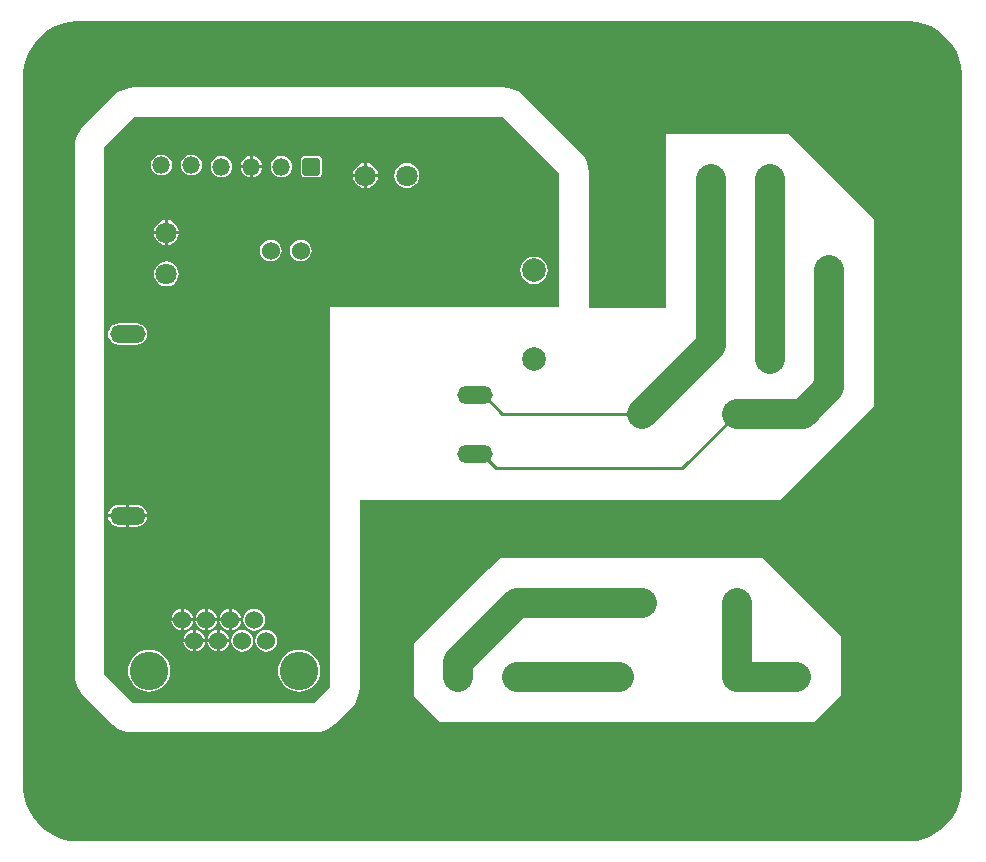
<source format=gbr>
%TF.GenerationSoftware,Altium Limited,Altium Designer,20.1.8 (145)*%
G04 Layer_Physical_Order=1*
G04 Layer_Color=2232046*
%FSLAX45Y45*%
%MOMM*%
%TF.SameCoordinates,2A241EDF-A570-403E-9AC0-7F4DA974E4D7*%
%TF.FilePolarity,Positive*%
%TF.FileFunction,Copper,L1,Top,Signal*%
%TF.Part,Single*%
G01*
G75*
%TA.AperFunction,Conductor*%
%ADD10C,0.25400*%
%ADD11C,2.50000*%
%TA.AperFunction,ComponentPad*%
%ADD12C,1.50000*%
%ADD13O,1.50000X1.45000*%
G04:AMPARAMS|DCode=14|XSize=1.5mm|YSize=1.45mm|CornerRadius=0.18125mm|HoleSize=0mm|Usage=FLASHONLY|Rotation=180.000|XOffset=0mm|YOffset=0mm|HoleType=Round|Shape=RoundedRectangle|*
%AMROUNDEDRECTD14*
21,1,1.50000,1.08750,0,0,180.0*
21,1,1.13750,1.45000,0,0,180.0*
1,1,0.36250,-0.56875,0.54375*
1,1,0.36250,0.56875,0.54375*
1,1,0.36250,0.56875,-0.54375*
1,1,0.36250,-0.56875,-0.54375*
%
%ADD14ROUNDEDRECTD14*%
%ADD15C,1.52400*%
%ADD16O,3.00000X1.50000*%
%ADD17C,1.80000*%
%ADD18C,2.00000*%
%TA.AperFunction,ViaPad*%
%ADD19C,5.00000*%
%TA.AperFunction,ComponentPad*%
%ADD20C,3.25120*%
%TA.AperFunction,ViaPad*%
%ADD21C,0.70000*%
G36*
X7592691Y6965991D02*
X7652723Y6949906D01*
X7710141Y6926122D01*
X7763962Y6895049D01*
X7813268Y6857215D01*
X7857214Y6813269D01*
X7895049Y6763961D01*
X7926122Y6710141D01*
X7949906Y6652723D01*
X7965991Y6592691D01*
X7974104Y6531074D01*
X7974103Y6500001D01*
X7974104Y500000D01*
Y468926D01*
X7965991Y407308D01*
X7949906Y347277D01*
X7926122Y289858D01*
X7895049Y236038D01*
X7857215Y186731D01*
X7813269Y142786D01*
X7763961Y104950D01*
X7710141Y73877D01*
X7652723Y50093D01*
X7592692Y34008D01*
X7531074Y25896D01*
X468926D01*
X407308Y34008D01*
X347277Y50093D01*
X289858Y73877D01*
X236038Y104950D01*
X186731Y142785D01*
X142786Y186730D01*
X104950Y236038D01*
X73877Y289858D01*
X50093Y347277D01*
X34008Y407308D01*
X25896Y468926D01*
Y500000D01*
X25896Y6500000D01*
X25896Y6531074D01*
X34008Y6592692D01*
X50093Y6652723D01*
X73877Y6710141D01*
X104950Y6763962D01*
X142785Y6813268D01*
X186730Y6857214D01*
X236038Y6895049D01*
X289858Y6926122D01*
X347277Y6949906D01*
X407308Y6965991D01*
X468926Y6974104D01*
X7531074D01*
X7592691Y6965991D01*
D02*
G37*
%LPC*%
G36*
X4089071Y6410716D02*
X4089069Y6410716D01*
X965194Y6410702D01*
X965192Y6410702D01*
X916183Y6405875D01*
X869058Y6391579D01*
X825626Y6368365D01*
X787559Y6337123D01*
X787558Y6337122D01*
X532365Y6081929D01*
X532364Y6081928D01*
X501123Y6043860D01*
X477909Y6000429D01*
X463613Y5953304D01*
X458786Y5904296D01*
X458787Y5904293D01*
X458792Y1439996D01*
X458791Y1439992D01*
X461826Y1409191D01*
X463619Y1390988D01*
X463619Y1390986D01*
X463619Y1390984D01*
X469160Y1372721D01*
X477914Y1343863D01*
X477915Y1343860D01*
X477915Y1343859D01*
X501128Y1300432D01*
X501129Y1300431D01*
X501130Y1300428D01*
X516395Y1281829D01*
X532369Y1262364D01*
X532372Y1262362D01*
X772369Y1022374D01*
X772370Y1022372D01*
X772374Y1022368D01*
X786651Y1010652D01*
X810437Y991131D01*
X810440Y991130D01*
X810442Y991128D01*
X828565Y981441D01*
X853868Y967916D01*
X853871Y967915D01*
X853873Y967914D01*
X875166Y961455D01*
X900993Y953621D01*
X900995Y953621D01*
X900999Y953620D01*
X934503Y950320D01*
X950001Y948794D01*
X950005D01*
X950007Y948793D01*
X950010Y948794D01*
X2489991Y948784D01*
X2489993Y948783D01*
X2539002Y953610D01*
X2586127Y967906D01*
X2603208Y977036D01*
X2629557Y991119D01*
X2667625Y1022360D01*
X2667626Y1022362D01*
X2797630Y1152366D01*
X2828871Y1190433D01*
X2852085Y1233864D01*
X2866381Y1280989D01*
X2871208Y1329998D01*
X2871208Y1330000D01*
Y2920010D01*
X6429278Y2919998D01*
X7225945Y3716665D01*
X7225950Y5294670D01*
X6505699Y6014927D01*
X6348680Y6014925D01*
X6348243Y6014960D01*
X6347805Y6014925D01*
X5848736Y6014921D01*
X5848243Y6014960D01*
X5847749Y6014921D01*
X5470079Y6014917D01*
Y4546599D01*
X4813424D01*
X4813050Y4547013D01*
Y5686735D01*
X4808223Y5735743D01*
X4793927Y5782869D01*
X4770713Y5826299D01*
X4739472Y5864367D01*
X4739471Y5864368D01*
X4266703Y6337137D01*
X4266702Y6337139D01*
X4243526Y6356159D01*
X4228635Y6368379D01*
X4185203Y6391594D01*
X4157402Y6400027D01*
X4138080Y6405889D01*
X4128055Y6406876D01*
X4089071Y6410716D01*
D02*
G37*
G36*
X6284025Y2428168D02*
X4058943Y2428161D01*
X3967316Y2336535D01*
X3941608Y2314578D01*
X3440410Y1813380D01*
X3418451Y1787670D01*
X3329478Y1698697D01*
X3329485Y1261661D01*
X3549730Y1041392D01*
X6722447Y1041410D01*
X6944111Y1263075D01*
X6944112Y1768109D01*
X6284025Y2428168D01*
D02*
G37*
%LPD*%
G36*
X4561840Y5686735D02*
Y4547013D01*
X2619998Y4547013D01*
Y1329998D01*
X2489993Y1199993D01*
X950003Y1200003D01*
X710001Y1439997D01*
X709996Y5904296D01*
X965192Y6159492D01*
X4089071Y6159506D01*
X4561840Y5686735D01*
D02*
G37*
%LPC*%
G36*
X1968500Y5827554D02*
Y5753108D01*
X2045124D01*
X2043781Y5763305D01*
X2034940Y5784649D01*
X2020877Y5802977D01*
X2002548Y5817041D01*
X1981204Y5825882D01*
X1968500Y5827554D01*
D02*
G37*
G36*
X1943100D02*
X1930395Y5825882D01*
X1909051Y5817041D01*
X1890723Y5802977D01*
X1876659Y5784649D01*
X1867818Y5763305D01*
X1866476Y5753108D01*
X1943100D01*
Y5827554D01*
D02*
G37*
G36*
X2933700Y5768676D02*
Y5676892D01*
X3025477D01*
X3023531Y5691673D01*
X3012927Y5717274D01*
X2996058Y5739258D01*
X2974074Y5756127D01*
X2948473Y5766731D01*
X2933700Y5768676D01*
D02*
G37*
G36*
X2908300D02*
X2893527Y5766731D01*
X2867926Y5756127D01*
X2845942Y5739258D01*
X2829073Y5717274D01*
X2818469Y5691673D01*
X2816523Y5676892D01*
X2908300D01*
Y5768676D01*
D02*
G37*
G36*
X1450300Y5841597D02*
X1445300D01*
X1422395Y5838582D01*
X1401051Y5829741D01*
X1382723Y5815677D01*
X1368659Y5797349D01*
X1359818Y5776005D01*
X1356803Y5753100D01*
X1359818Y5730195D01*
X1368659Y5708851D01*
X1382723Y5690523D01*
X1401051Y5676459D01*
X1422395Y5667618D01*
X1445300Y5664603D01*
X1450300D01*
X1473204Y5667618D01*
X1494548Y5676459D01*
X1512877Y5690523D01*
X1526940Y5708851D01*
X1535781Y5730195D01*
X1538797Y5753100D01*
X1535781Y5776005D01*
X1526940Y5797349D01*
X1512877Y5815677D01*
X1494548Y5829741D01*
X1473204Y5838582D01*
X1450300Y5841597D01*
D02*
G37*
G36*
X1196300D02*
X1191300D01*
X1168395Y5838582D01*
X1147051Y5829741D01*
X1128723Y5815677D01*
X1114659Y5797349D01*
X1105818Y5776005D01*
X1102803Y5753100D01*
X1105818Y5730195D01*
X1114659Y5708851D01*
X1128723Y5690523D01*
X1147051Y5676459D01*
X1168395Y5667618D01*
X1191300Y5664603D01*
X1196300D01*
X1219204Y5667618D01*
X1240548Y5676459D01*
X1258877Y5690523D01*
X1272940Y5708851D01*
X1281781Y5730195D01*
X1284797Y5753100D01*
X1281781Y5776005D01*
X1272940Y5797349D01*
X1258877Y5815677D01*
X1240548Y5829741D01*
X1219204Y5838582D01*
X1196300Y5841597D01*
D02*
G37*
G36*
X2045126Y5727708D02*
X1968500D01*
Y5653246D01*
X1981204Y5654918D01*
X2002548Y5663759D01*
X2020877Y5677823D01*
X2034940Y5696151D01*
X2043781Y5717495D01*
X2045126Y5727708D01*
D02*
G37*
G36*
X1943100D02*
X1866474D01*
X1867818Y5717495D01*
X1876659Y5696151D01*
X1890723Y5677823D01*
X1909051Y5663759D01*
X1930395Y5654918D01*
X1943100Y5653246D01*
Y5727708D01*
D02*
G37*
G36*
X2520675Y5828794D02*
X2406925D01*
X2393907Y5826204D01*
X2382870Y5818830D01*
X2375496Y5807793D01*
X2372906Y5794775D01*
Y5686025D01*
X2375496Y5673007D01*
X2382870Y5661970D01*
X2393907Y5654596D01*
X2406925Y5652006D01*
X2520675D01*
X2533693Y5654596D01*
X2544729Y5661970D01*
X2552104Y5673007D01*
X2554693Y5686025D01*
Y5794775D01*
X2552104Y5807793D01*
X2544729Y5818830D01*
X2533693Y5826204D01*
X2520675Y5828794D01*
D02*
G37*
G36*
X2212300Y5828897D02*
X2207300D01*
X2184395Y5825882D01*
X2163051Y5817041D01*
X2144723Y5802977D01*
X2130659Y5784649D01*
X2121818Y5763305D01*
X2118803Y5740400D01*
X2121818Y5717495D01*
X2130659Y5696151D01*
X2144723Y5677823D01*
X2163051Y5663759D01*
X2184395Y5654918D01*
X2207300Y5651903D01*
X2212300D01*
X2235204Y5654918D01*
X2256548Y5663759D01*
X2274877Y5677823D01*
X2288940Y5696151D01*
X2297781Y5717495D01*
X2300797Y5740400D01*
X2297781Y5763305D01*
X2288940Y5784649D01*
X2274877Y5802977D01*
X2256548Y5817041D01*
X2235204Y5825882D01*
X2212300Y5828897D01*
D02*
G37*
G36*
X1704300D02*
X1699300D01*
X1676395Y5825882D01*
X1655051Y5817041D01*
X1636723Y5802977D01*
X1622659Y5784649D01*
X1613818Y5763305D01*
X1610803Y5740400D01*
X1613818Y5717495D01*
X1622659Y5696151D01*
X1636723Y5677823D01*
X1655051Y5663759D01*
X1676395Y5654918D01*
X1699300Y5651903D01*
X1704300D01*
X1727204Y5654918D01*
X1748548Y5663759D01*
X1766877Y5677823D01*
X1780940Y5696151D01*
X1789781Y5717495D01*
X1792797Y5740400D01*
X1789781Y5763305D01*
X1780940Y5784649D01*
X1766877Y5802977D01*
X1748548Y5817041D01*
X1727204Y5825882D01*
X1704300Y5828897D01*
D02*
G37*
G36*
X3025475Y5651492D02*
X2933700D01*
Y5559724D01*
X2948473Y5561669D01*
X2974074Y5572273D01*
X2996058Y5589142D01*
X3012927Y5611126D01*
X3023531Y5636727D01*
X3025475Y5651492D01*
D02*
G37*
G36*
X2908300D02*
X2816525D01*
X2818469Y5636727D01*
X2829073Y5611126D01*
X2845942Y5589142D01*
X2867926Y5572273D01*
X2893527Y5561669D01*
X2908300Y5559724D01*
Y5651492D01*
D02*
G37*
G36*
X3271000Y5770348D02*
X3243527Y5766731D01*
X3217926Y5756127D01*
X3195942Y5739258D01*
X3179073Y5717274D01*
X3168469Y5691673D01*
X3164852Y5664200D01*
X3168469Y5636727D01*
X3179073Y5611126D01*
X3195942Y5589142D01*
X3217926Y5572273D01*
X3243527Y5561669D01*
X3271000Y5558052D01*
X3298473Y5561669D01*
X3324074Y5572273D01*
X3346058Y5589142D01*
X3362927Y5611126D01*
X3373531Y5636727D01*
X3377148Y5664200D01*
X3373531Y5691673D01*
X3362927Y5717274D01*
X3346058Y5739258D01*
X3324074Y5756127D01*
X3298473Y5766731D01*
X3271000Y5770348D01*
D02*
G37*
G36*
X1248501Y5286076D02*
Y5194304D01*
X1340281D01*
X1338336Y5209073D01*
X1327732Y5234674D01*
X1310863Y5256658D01*
X1288879Y5273527D01*
X1263279Y5284131D01*
X1248501Y5286076D01*
D02*
G37*
G36*
X1223101Y5286075D02*
X1208332Y5284131D01*
X1182732Y5273527D01*
X1160748Y5256658D01*
X1143879Y5234674D01*
X1133275Y5209073D01*
X1131330Y5194304D01*
X1223101D01*
Y5286075D01*
D02*
G37*
G36*
Y5168904D02*
X1131329D01*
X1133275Y5154127D01*
X1143879Y5128526D01*
X1160748Y5106542D01*
X1182732Y5089673D01*
X1208332Y5079069D01*
X1223101Y5077125D01*
Y5168904D01*
D02*
G37*
G36*
X1340282D02*
X1248501D01*
Y5077124D01*
X1263279Y5079069D01*
X1288879Y5089673D01*
X1310863Y5106542D01*
X1327732Y5128526D01*
X1338336Y5154127D01*
X1340282Y5168904D01*
D02*
G37*
G36*
X2374900Y5121429D02*
X2351029Y5118286D01*
X2328786Y5109073D01*
X2309684Y5094416D01*
X2295027Y5075314D01*
X2285814Y5053071D01*
X2282671Y5029200D01*
X2285814Y5005329D01*
X2295027Y4983086D01*
X2309684Y4963984D01*
X2328786Y4949327D01*
X2351029Y4940114D01*
X2374900Y4936971D01*
X2398771Y4940114D01*
X2421014Y4949327D01*
X2440116Y4963984D01*
X2454773Y4983086D01*
X2463986Y5005329D01*
X2467129Y5029200D01*
X2463986Y5053071D01*
X2454773Y5075314D01*
X2440116Y5094416D01*
X2421014Y5109073D01*
X2398771Y5118286D01*
X2374900Y5121429D01*
D02*
G37*
G36*
X2120900D02*
X2097029Y5118286D01*
X2074786Y5109073D01*
X2055684Y5094416D01*
X2041027Y5075314D01*
X2031814Y5053071D01*
X2028671Y5029200D01*
X2031814Y5005329D01*
X2041027Y4983086D01*
X2055684Y4963984D01*
X2074786Y4949327D01*
X2097029Y4940114D01*
X2120900Y4936971D01*
X2144771Y4940114D01*
X2167014Y4949327D01*
X2186116Y4963984D01*
X2200773Y4983086D01*
X2209986Y5005329D01*
X2213129Y5029200D01*
X2209986Y5053071D01*
X2200773Y5075314D01*
X2186116Y5094416D01*
X2167014Y5109073D01*
X2144771Y5118286D01*
X2120900Y5121429D01*
D02*
G37*
G36*
X4348243Y4978494D02*
X4318159Y4974534D01*
X4290125Y4962922D01*
X4266052Y4944450D01*
X4247581Y4920377D01*
X4235969Y4892344D01*
X4232008Y4862260D01*
X4235969Y4832176D01*
X4247581Y4804143D01*
X4266052Y4780070D01*
X4290125Y4761598D01*
X4318159Y4749986D01*
X4348243Y4746026D01*
X4378326Y4749986D01*
X4406360Y4761598D01*
X4430433Y4780070D01*
X4448904Y4804143D01*
X4460516Y4832176D01*
X4464477Y4862260D01*
X4460516Y4892344D01*
X4448904Y4920377D01*
X4430433Y4944450D01*
X4406360Y4962922D01*
X4378326Y4974534D01*
X4348243Y4978494D01*
D02*
G37*
G36*
X1235806Y4937748D02*
X1208332Y4934131D01*
X1182731Y4923527D01*
X1160748Y4906658D01*
X1143879Y4884674D01*
X1133275Y4859073D01*
X1129658Y4831600D01*
X1133275Y4804127D01*
X1143879Y4778526D01*
X1160748Y4756542D01*
X1182731Y4739673D01*
X1208332Y4729069D01*
X1235806Y4725452D01*
X1263279Y4729069D01*
X1288880Y4739673D01*
X1310863Y4756542D01*
X1327732Y4778526D01*
X1338336Y4804127D01*
X1341953Y4831600D01*
X1338336Y4859073D01*
X1327732Y4884674D01*
X1310863Y4906658D01*
X1288880Y4923527D01*
X1263279Y4934131D01*
X1235806Y4937748D01*
D02*
G37*
G36*
X983100Y4414479D02*
X833100D01*
X809543Y4411377D01*
X787591Y4402284D01*
X768740Y4387820D01*
X754276Y4368969D01*
X745183Y4347017D01*
X742081Y4323460D01*
X745183Y4299903D01*
X754276Y4277951D01*
X768740Y4259100D01*
X787591Y4244636D01*
X809543Y4235543D01*
X833100Y4232441D01*
X983100D01*
X1006657Y4235543D01*
X1028610Y4244636D01*
X1047460Y4259100D01*
X1061924Y4277951D01*
X1071017Y4299903D01*
X1074119Y4323460D01*
X1071017Y4347017D01*
X1061924Y4368969D01*
X1047460Y4387820D01*
X1028610Y4402284D01*
X1006657Y4411377D01*
X983100Y4414479D01*
D02*
G37*
G36*
Y2874479D02*
X920802D01*
Y2796164D01*
X1072446D01*
X1071017Y2807017D01*
X1061924Y2828969D01*
X1047460Y2847820D01*
X1028610Y2862284D01*
X1006657Y2871377D01*
X983100Y2874479D01*
D02*
G37*
G36*
X895402D02*
X833100D01*
X809543Y2871377D01*
X787591Y2862284D01*
X768740Y2847820D01*
X754276Y2828969D01*
X745183Y2807017D01*
X743754Y2796164D01*
X895402D01*
Y2874479D01*
D02*
G37*
G36*
X1072447Y2770764D02*
X920802D01*
Y2692441D01*
X983100D01*
X1006657Y2695543D01*
X1028610Y2704636D01*
X1047460Y2719100D01*
X1061924Y2737951D01*
X1071017Y2759903D01*
X1072447Y2770764D01*
D02*
G37*
G36*
X895402D02*
X743753D01*
X745183Y2759903D01*
X754276Y2737951D01*
X768740Y2719100D01*
X787591Y2704636D01*
X809543Y2695543D01*
X833100Y2692441D01*
X895402D01*
Y2770764D01*
D02*
G37*
G36*
X1787786Y1993716D02*
Y1915859D01*
X1865643D01*
X1864172Y1927030D01*
X1854959Y1949273D01*
X1840302Y1968375D01*
X1821201Y1983032D01*
X1798957Y1992245D01*
X1787786Y1993716D01*
D02*
G37*
G36*
X1762386D02*
X1751215Y1992245D01*
X1728972Y1983032D01*
X1709870Y1968375D01*
X1695214Y1949273D01*
X1686000Y1927030D01*
X1684529Y1915859D01*
X1762386D01*
Y1993716D01*
D02*
G37*
G36*
X1584586D02*
Y1915859D01*
X1662443D01*
X1660972Y1927030D01*
X1651759Y1949273D01*
X1637102Y1968375D01*
X1618001Y1983032D01*
X1595757Y1992245D01*
X1584586Y1993716D01*
D02*
G37*
G36*
X1559186D02*
X1548015Y1992245D01*
X1525772Y1983032D01*
X1506670Y1968375D01*
X1492014Y1949273D01*
X1482800Y1927030D01*
X1481329Y1915859D01*
X1559186D01*
Y1993716D01*
D02*
G37*
G36*
X1381386D02*
Y1915859D01*
X1459243D01*
X1457772Y1927030D01*
X1448559Y1949273D01*
X1433902Y1968375D01*
X1414801Y1983032D01*
X1392557Y1992245D01*
X1381386Y1993716D01*
D02*
G37*
G36*
X1355986D02*
X1344815Y1992245D01*
X1322572Y1983032D01*
X1303470Y1968375D01*
X1288814Y1949273D01*
X1279600Y1927030D01*
X1278129Y1915859D01*
X1355986D01*
Y1993716D01*
D02*
G37*
G36*
X1865643Y1890459D02*
X1787786D01*
Y1812602D01*
X1798957Y1814073D01*
X1821201Y1823286D01*
X1840302Y1837943D01*
X1854959Y1857045D01*
X1864172Y1879288D01*
X1865643Y1890459D01*
D02*
G37*
G36*
X1762386D02*
X1684529D01*
X1686000Y1879288D01*
X1695214Y1857045D01*
X1709870Y1837943D01*
X1728972Y1823286D01*
X1751215Y1814073D01*
X1762386Y1812602D01*
Y1890459D01*
D02*
G37*
G36*
X1662443D02*
X1584586D01*
Y1812602D01*
X1595757Y1814073D01*
X1618001Y1823286D01*
X1637102Y1837943D01*
X1651759Y1857045D01*
X1660972Y1879288D01*
X1662443Y1890459D01*
D02*
G37*
G36*
X1559186D02*
X1481329D01*
X1482800Y1879288D01*
X1492014Y1857045D01*
X1506670Y1837943D01*
X1525772Y1823286D01*
X1548015Y1814073D01*
X1559186Y1812602D01*
Y1890459D01*
D02*
G37*
G36*
X1459243D02*
X1381386D01*
Y1812602D01*
X1392557Y1814073D01*
X1414801Y1823286D01*
X1433902Y1837943D01*
X1448559Y1857045D01*
X1457772Y1879288D01*
X1459243Y1890459D01*
D02*
G37*
G36*
X1355986D02*
X1278129D01*
X1279600Y1879288D01*
X1288814Y1857045D01*
X1303470Y1837943D01*
X1322572Y1823286D01*
X1344815Y1814073D01*
X1355986Y1812602D01*
Y1890459D01*
D02*
G37*
G36*
X1978286Y1995388D02*
X1954415Y1992245D01*
X1932172Y1983032D01*
X1913070Y1968375D01*
X1898414Y1949273D01*
X1889200Y1927030D01*
X1886057Y1903159D01*
X1889200Y1879288D01*
X1898414Y1857045D01*
X1913070Y1837943D01*
X1932172Y1823286D01*
X1954415Y1814073D01*
X1978286Y1810930D01*
X2002157Y1814073D01*
X2024401Y1823286D01*
X2043502Y1837943D01*
X2058159Y1857045D01*
X2067372Y1879288D01*
X2070515Y1903159D01*
X2067372Y1927030D01*
X2058159Y1949273D01*
X2043502Y1968375D01*
X2024401Y1983032D01*
X2002157Y1992245D01*
X1978286Y1995388D01*
D02*
G37*
G36*
X1686186Y1815916D02*
Y1738059D01*
X1764043D01*
X1762572Y1749230D01*
X1753359Y1771473D01*
X1738702Y1790575D01*
X1719601Y1805232D01*
X1697357Y1814445D01*
X1686186Y1815916D01*
D02*
G37*
G36*
X1660786D02*
X1649615Y1814445D01*
X1627372Y1805232D01*
X1608270Y1790575D01*
X1593614Y1771473D01*
X1584400Y1749230D01*
X1582929Y1738059D01*
X1660786D01*
Y1815916D01*
D02*
G37*
G36*
X1482986D02*
Y1738059D01*
X1560843D01*
X1559372Y1749230D01*
X1550159Y1771473D01*
X1535502Y1790575D01*
X1516401Y1805232D01*
X1494157Y1814445D01*
X1482986Y1815916D01*
D02*
G37*
G36*
X1457586D02*
X1446415Y1814445D01*
X1424172Y1805232D01*
X1405070Y1790575D01*
X1390414Y1771473D01*
X1381200Y1749230D01*
X1379729Y1738059D01*
X1457586D01*
Y1815916D01*
D02*
G37*
G36*
X1764043Y1712659D02*
X1686186D01*
Y1634802D01*
X1697357Y1636273D01*
X1719601Y1645486D01*
X1738702Y1660143D01*
X1753359Y1679245D01*
X1762572Y1701488D01*
X1764043Y1712659D01*
D02*
G37*
G36*
X1660786D02*
X1582929D01*
X1584400Y1701488D01*
X1593614Y1679245D01*
X1608270Y1660143D01*
X1627372Y1645486D01*
X1649615Y1636273D01*
X1660786Y1634802D01*
Y1712659D01*
D02*
G37*
G36*
X1560843D02*
X1482986D01*
Y1634802D01*
X1494157Y1636273D01*
X1516401Y1645486D01*
X1535502Y1660143D01*
X1550159Y1679245D01*
X1559372Y1701488D01*
X1560843Y1712659D01*
D02*
G37*
G36*
X1457586D02*
X1379729D01*
X1381200Y1701488D01*
X1390414Y1679245D01*
X1405070Y1660143D01*
X1424172Y1645486D01*
X1446415Y1636273D01*
X1457586Y1634802D01*
Y1712659D01*
D02*
G37*
G36*
X2079886Y1817588D02*
X2056015Y1814445D01*
X2033772Y1805232D01*
X2014670Y1790575D01*
X2000014Y1771473D01*
X1990800Y1749230D01*
X1987657Y1725359D01*
X1990800Y1701488D01*
X2000014Y1679245D01*
X2014670Y1660143D01*
X2033772Y1645486D01*
X2056015Y1636273D01*
X2079886Y1633130D01*
X2103757Y1636273D01*
X2126001Y1645486D01*
X2145102Y1660143D01*
X2159759Y1679245D01*
X2168972Y1701488D01*
X2172115Y1725359D01*
X2168972Y1749230D01*
X2159759Y1771473D01*
X2145102Y1790575D01*
X2126001Y1805232D01*
X2103757Y1814445D01*
X2079886Y1817588D01*
D02*
G37*
G36*
X1876686D02*
X1852815Y1814445D01*
X1830572Y1805232D01*
X1811470Y1790575D01*
X1796814Y1771473D01*
X1787600Y1749230D01*
X1784457Y1725359D01*
X1787600Y1701488D01*
X1796814Y1679245D01*
X1811470Y1660143D01*
X1830572Y1645486D01*
X1852815Y1636273D01*
X1876686Y1633130D01*
X1900557Y1636273D01*
X1922801Y1645486D01*
X1941902Y1660143D01*
X1956559Y1679245D01*
X1965772Y1701488D01*
X1968915Y1725359D01*
X1965772Y1749230D01*
X1956559Y1771473D01*
X1941902Y1790575D01*
X1922801Y1805232D01*
X1900557Y1814445D01*
X1876686Y1817588D01*
D02*
G37*
G36*
X2359286Y1650019D02*
X2324431Y1646586D01*
X2290916Y1636420D01*
X2260028Y1619910D01*
X2232954Y1597691D01*
X2210735Y1570617D01*
X2194225Y1539729D01*
X2184059Y1506214D01*
X2180626Y1471359D01*
X2184059Y1436504D01*
X2194225Y1402989D01*
X2210735Y1372101D01*
X2232954Y1345027D01*
X2260028Y1322808D01*
X2290916Y1306298D01*
X2324431Y1296132D01*
X2359286Y1292699D01*
X2394141Y1296132D01*
X2427657Y1306298D01*
X2458544Y1322808D01*
X2485618Y1345027D01*
X2507837Y1372101D01*
X2524347Y1402989D01*
X2534514Y1436504D01*
X2537946Y1471359D01*
X2534514Y1506214D01*
X2524347Y1539729D01*
X2507837Y1570617D01*
X2485618Y1597691D01*
X2458544Y1619910D01*
X2427657Y1636420D01*
X2394141Y1646586D01*
X2359286Y1650019D01*
D02*
G37*
G36*
X1089286D02*
X1054431Y1646586D01*
X1020916Y1636420D01*
X990028Y1619910D01*
X962954Y1597691D01*
X940735Y1570617D01*
X924225Y1539729D01*
X914059Y1506214D01*
X910626Y1471359D01*
X914059Y1436504D01*
X924225Y1402989D01*
X940735Y1372101D01*
X962954Y1345027D01*
X990028Y1322808D01*
X1020916Y1306298D01*
X1054431Y1296132D01*
X1089286Y1292699D01*
X1124141Y1296132D01*
X1157657Y1306298D01*
X1188544Y1322808D01*
X1215618Y1345027D01*
X1237837Y1372101D01*
X1254347Y1402989D01*
X1264514Y1436504D01*
X1267946Y1471359D01*
X1264514Y1506214D01*
X1254347Y1539729D01*
X1237837Y1570617D01*
X1215618Y1597691D01*
X1188544Y1619910D01*
X1157657Y1636420D01*
X1124141Y1646586D01*
X1089286Y1650019D01*
D02*
G37*
%LPD*%
D10*
X4024450Y3186050D02*
X5603759D01*
X3848100Y3303460D02*
X3907040D01*
X4024450Y3186050D01*
X4076087Y3648593D02*
X5266302D01*
X3848100Y3803460D02*
X3921220D01*
X4076087Y3648593D01*
X5603759Y3186050D02*
X6066302Y3648593D01*
D11*
Y1417576D02*
Y2048593D01*
Y1417576D02*
X6566302D01*
X4206395D02*
X4566302D01*
X5066302D01*
X3706395D02*
Y1547395D01*
X4207593Y2048593D02*
X5266302D01*
X3706395Y1547395D02*
X4207593Y2048593D01*
X6066302Y3648593D02*
X6625103D01*
X6848243Y4112260D02*
Y4862260D01*
Y3871733D02*
Y4112260D01*
X6625103Y3648593D02*
X6848243Y3871733D01*
X5848243Y4230534D02*
Y5638800D01*
X5266302Y3648593D02*
X5848243Y4230534D01*
X6348243Y4862260D02*
Y5638800D01*
X6348243Y4112260D02*
Y4862260D01*
D12*
X5266302Y3648593D02*
D03*
X6066302D02*
D03*
Y2048593D02*
D03*
X5266302D02*
D03*
D13*
X1193800Y5753100D02*
D03*
X1447800D02*
D03*
X1701800Y5740400D02*
D03*
X1955800D02*
D03*
X2209800D02*
D03*
D14*
X2463800D02*
D03*
D15*
X2120900Y5029200D02*
D03*
X2374900D02*
D03*
X1978286Y1903159D02*
D03*
X2079886Y1725359D02*
D03*
X1775086Y1903159D02*
D03*
X1876686Y1725359D02*
D03*
X1571886Y1903159D02*
D03*
X1673486Y1725359D02*
D03*
X1368686Y1903159D02*
D03*
X1470286Y1725359D02*
D03*
D16*
X3848100Y3303460D02*
D03*
Y3803460D02*
D03*
X908100Y2783460D02*
D03*
Y4323460D02*
D03*
D17*
X2921000Y5664200D02*
D03*
X3271000D02*
D03*
X1235806Y4831600D02*
D03*
Y5181600D02*
D03*
X3206395Y1417576D02*
D03*
X3706395D02*
D03*
X4206395D02*
D03*
X6348243Y5638800D02*
D03*
X5848243D02*
D03*
X5348243D02*
D03*
D18*
X4348243Y4112260D02*
D03*
Y4862260D02*
D03*
X6348243D02*
D03*
Y4112260D02*
D03*
X6848243Y4862260D02*
D03*
Y4112260D02*
D03*
X4566302Y1417576D02*
D03*
X5066302D02*
D03*
X6066302D02*
D03*
X6566302D02*
D03*
D19*
X7500000Y6500000D02*
D03*
X500000D02*
D03*
X7500000Y500000D02*
D03*
X500000D02*
D03*
D20*
X1089286Y1471359D02*
D03*
X2359286D02*
D03*
D21*
X2541036Y2949615D02*
D03*
X2549461Y1707116D02*
D03*
X2098792Y1298566D02*
D03*
X1328022Y1294351D02*
D03*
X814174Y1542853D02*
D03*
X1943340Y4477711D02*
D03*
X1032821Y5920098D02*
D03*
X902334Y4799564D02*
D03*
X1000947Y4917062D02*
D03*
X1057599Y4759704D02*
D03*
X2272264Y5956259D02*
D03*
X2136880D02*
D03*
X3321861Y5379960D02*
D03*
Y5517225D02*
D03*
X4369178Y5588402D02*
D03*
X3511654Y5954431D02*
D03*
X3352365D02*
D03*
X4362029Y5434994D02*
D03*
X4168928Y5250294D02*
D03*
X2438229Y5319739D02*
D03*
X2607499Y5183839D02*
D03*
X2464154Y5469855D02*
D03*
X2115552Y5646526D02*
D03*
X2323056Y5652459D02*
D03*
X1323657Y5841768D02*
D03*
X1808655Y5007982D02*
D03*
X1740416Y4152103D02*
D03*
X1893852Y4098467D02*
D03*
X1069535Y4473233D02*
D03*
X893198D02*
D03*
X1059460Y4181015D02*
D03*
X900757D02*
D03*
X779817Y4856135D02*
D03*
Y5868818D02*
D03*
X918366Y6040116D02*
D03*
X2203115Y6108131D02*
D03*
X3442521Y6113162D02*
D03*
X4421534Y4585781D02*
D03*
X4268387Y4584245D02*
D03*
X3523082Y4595445D02*
D03*
X2574528Y4544084D02*
D03*
X2286923Y4152892D02*
D03*
X2046248Y4156598D02*
D03*
X1480491Y4231538D02*
D03*
X2050040Y4343400D02*
D03*
X1189606Y3415900D02*
D03*
X1016000Y3251460D02*
D03*
X1493581Y4498700D02*
D03*
X1248936D02*
D03*
X1371600Y4605955D02*
D03*
X2302971Y4343400D02*
D03*
X2175000Y4429406D02*
D03*
X2239900Y5125440D02*
D03*
X3133540Y4773513D02*
D03*
X3141000Y5006494D02*
D03*
X3037742Y5086600D02*
D03*
X2822400Y4984216D02*
D03*
Y4794858D02*
D03*
X3523610Y5203900D02*
D03*
X3921622Y5263900D02*
D03*
X3813999Y5353926D02*
D03*
X3611239Y5334061D02*
D03*
X3707400Y5448300D02*
D03*
X3611239Y5563856D02*
D03*
X2836300Y5370531D02*
D03*
X2463800Y5918200D02*
D03*
%TF.MD5,c80c050436250be0861d2ab1e82e06d3*%
M02*

</source>
